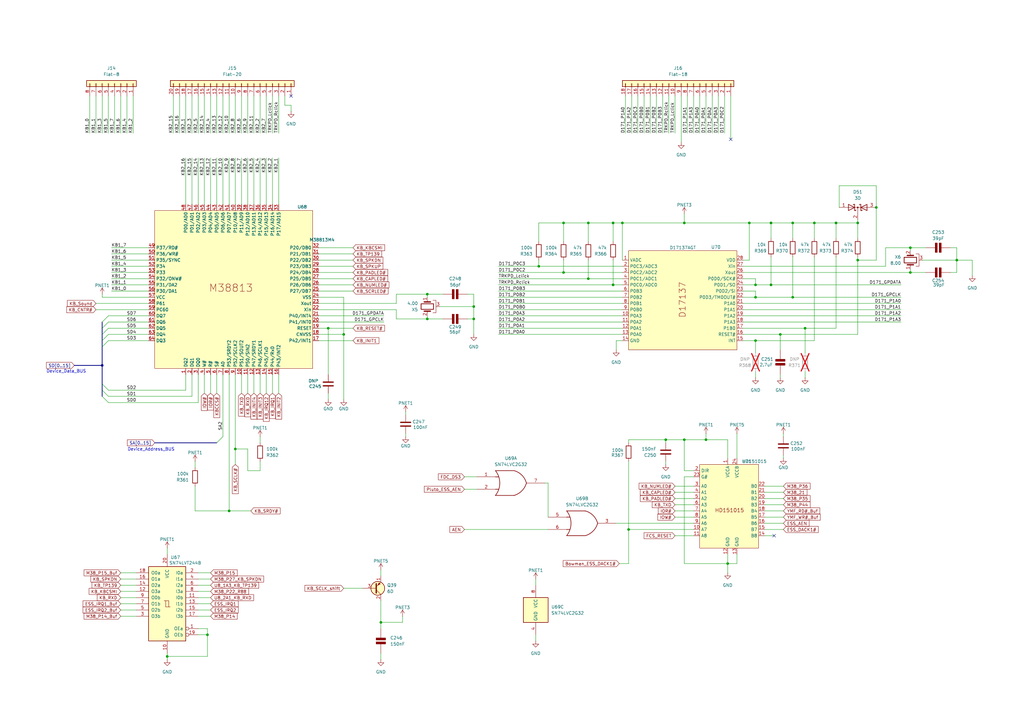
<source format=kicad_sch>
(kicad_sch (version 20250114) (generator "eeschema") (generator_version "9.0")
  (paper "A3")
  (title_block (title "PC110") (company "Recreated by: Ahmad Byagowi"))
  (text "Device_Address_BUS" (at 61.976 184.404 0) (effects (font (size 1.27 1.27))))
  (text "Device_Data_BUS" (at 27.178 152.4 0) (effects (font (size 1.27 1.27))))
  (junction (at 68.58 269.24))
  (junction (at 373.38 101.6))
  (junction (at 257.81 217.17))
  (junction (at 85.09 260.35))
  (junction (at 231.14 91.44))
  (junction (at 316.23 91.44))
  (junction (at 194.31 130.81))
  (junction (at 280.67 180.34))
  (junction (at 320.04 137.16))
  (junction (at 351.79 91.44))
  (junction (at 334.01 91.44))
  (junction (at 251.46 116.84))
  (junction (at 194.31 125.73))
  (junction (at 316.23 116.84))
  (junction (at 325.12 121.92))
  (junction (at 309.88 139.7))
  (junction (at 351.79 106.68))
  (junction (at 330.2 134.62))
  (junction (at 41.91 149.86))
  (junction (at 309.88 121.92))
  (junction (at 241.3 114.3))
  (junction (at 175.26 120.65))
  (junction (at 140.97 137.16))
  (junction (at 307.34 91.44))
  (junction (at 342.9 91.44))
  (junction (at 273.05 180.34))
  (junction (at 93.98 209.55))
  (junction (at 231.14 111.76))
  (junction (at 309.88 116.84))
  (junction (at 289.56 180.34))
  (junction (at 156.21 255.27))
  (junction (at 220.98 109.22))
  (junction (at 255.27 91.44))
  (junction (at 134.62 134.62))
  (junction (at 280.67 91.44))
  (junction (at 241.3 91.44))
  (junction (at 96.52 184.15))
  (junction (at 392.43 106.68))
  (junction (at 298.45 231.14))
  (junction (at 359.41 85.09))
  (junction (at 325.12 91.44))
  (junction (at 373.38 111.76))
  (junction (at 251.46 91.44))
  (junction (at 175.26 130.81))
  (no_connect (at 299.72 57.15))
  (no_connect (at 119.38 39.37))
  (no_connect (at 317.5 219.71))
  (bus_entry (at 44.45 132.08) (size -2.54 2.54))
  (bus_entry (at 44.45 129.54) (size -2.54 2.54))
  (bus_entry (at 44.45 134.62) (size -2.54 2.54))
  (bus_entry (at 88.9 181.61) (size 2.54 -2.54))
  (bus_entry (at 41.91 162.56) (size 2.54 2.54))
  (bus_entry (at 41.91 157.48) (size 2.54 2.54))
  (bus_entry (at 44.45 139.7) (size -2.54 2.54))
  (bus_entry (at 44.45 137.16) (size -2.54 2.54))
  (bus_entry (at 41.91 160.02) (size 2.54 2.54))
  (wire (pts (xy 93.98 64.77) (xy 93.98 83.82)))
  (wire (pts (xy 71.12 39.37) (xy 71.12 54.61)))
  (wire (pts (xy 313.69 219.71) (xy 317.5 219.71)))
  (wire (pts (xy 88.9 39.37) (xy 88.9 54.61)))
  (bus (pts (xy 41.91 157.48) (xy 41.91 160.02)))
  (wire (pts (xy 83.82 39.37) (xy 83.82 54.61)))
  (wire (pts (xy 313.69 204.47) (xy 321.31 204.47)))
  (wire (pts (xy 130.81 121.92) (xy 140.97 121.92)))
  (wire (pts (xy 330.2 134.62) (xy 330.2 144.78)))
  (wire (pts (xy 81.28 39.37) (xy 81.28 54.61)))
  (wire (pts (xy 91.44 153.67) (xy 91.44 179.07)))
  (wire (pts (xy 280.67 193.04) (xy 280.67 180.34)))
  (wire (pts (xy 101.6 184.15) (xy 96.52 184.15)))
  (wire (pts (xy 252.73 139.7) (xy 255.27 139.7)))
  (wire (pts (xy 257.81 217.17) (xy 284.48 217.17)))
  (wire (pts (xy 114.3 153.67) (xy 114.3 161.29)))
  (wire (pts (xy 309.88 121.92) (xy 304.8 121.92)))
  (wire (pts (xy 166.37 179.07) (xy 166.37 177.8)))
  (wire (pts (xy 304.8 106.68) (xy 307.34 106.68)))
  (wire (pts (xy 44.45 129.54) (xy 60.96 129.54)))
  (wire (pts (xy 83.82 64.77) (xy 83.82 83.82)))
  (wire (pts (xy 292.1 39.37) (xy 292.1 54.61)))
  (wire (pts (xy 279.4 39.37) (xy 279.4 58.42)))
  (wire (pts (xy 280.67 195.58) (xy 280.67 231.14)))
  (wire (pts (xy 302.26 177.8) (xy 302.26 187.96)))
  (wire (pts (xy 298.45 231.14) (xy 298.45 234.95)))
  (wire (pts (xy 111.76 64.77) (xy 111.76 83.82)))
  (wire (pts (xy 156.21 255.27) (xy 165.1 255.27)))
  (wire (pts (xy 162.56 120.65) (xy 175.26 120.65)))
  (wire (pts (xy 273.05 189.23) (xy 273.05 190.5)))
  (wire (pts (xy 130.81 124.46) (xy 162.56 124.46)))
  (wire (pts (xy 224.79 212.09) (xy 224.79 198.12)))
  (wire (pts (xy 68.58 270.51) (xy 68.58 269.24)))
  (wire (pts (xy 195.58 195.58) (xy 190.5 195.58)))
  (bus (pts (xy 63.5 181.61) (xy 88.9 181.61)))
  (wire (pts (xy 76.2 39.37) (xy 76.2 54.61)))
  (wire (pts (xy 266.7 39.37) (xy 266.7 54.61)))
  (wire (pts (xy 334.01 91.44) (xy 325.12 91.44)))
  (wire (pts (xy 252.73 143.51) (xy 252.73 139.7)))
  (wire (pts (xy 194.31 120.65) (xy 194.31 125.73)))
  (wire (pts (xy 44.45 162.56) (xy 78.74 162.56)))
  (wire (pts (xy 86.36 153.67) (xy 86.36 161.29)))
  (wire (pts (xy 204.47 121.92) (xy 255.27 121.92)))
  (wire (pts (xy 36.83 39.37) (xy 36.83 54.61)))
  (wire (pts (xy 81.28 257.81) (xy 85.09 257.81)))
  (wire (pts (xy 273.05 180.34) (xy 280.67 180.34)))
  (wire (pts (xy 54.61 39.37) (xy 54.61 54.61)))
  (wire (pts (xy 78.74 64.77) (xy 78.74 83.82)))
  (wire (pts (xy 320.04 153.67) (xy 320.04 154.94)))
  (wire (pts (xy 276.86 201.93) (xy 284.48 201.93)))
  (wire (pts (xy 44.45 134.62) (xy 60.96 134.62)))
  (wire (pts (xy 166.37 168.91) (xy 166.37 170.18)))
  (wire (pts (xy 316.23 105.41) (xy 316.23 116.84)))
  (wire (pts (xy 241.3 106.68) (xy 241.3 114.3)))
  (wire (pts (xy 104.14 64.77) (xy 104.14 83.82)))
  (wire (pts (xy 104.14 39.37) (xy 104.14 54.61)))
  (wire (pts (xy 220.98 91.44) (xy 231.14 91.44)))
  (wire (pts (xy 119.38 43.18) (xy 116.84 43.18)))
  (wire (pts (xy 93.98 209.55) (xy 80.01 209.55)))
  (wire (pts (xy 99.06 64.77) (xy 99.06 83.82)))
  (wire (pts (xy 321.31 187.96) (xy 321.31 186.69)))
  (wire (pts (xy 39.37 39.37) (xy 39.37 54.61)))
  (wire (pts (xy 165.1 255.27) (xy 165.1 252.73)))
  (wire (pts (xy 289.56 177.8) (xy 289.56 180.34)))
  (wire (pts (xy 257.81 181.61) (xy 257.81 180.34)))
  (wire (pts (xy 44.45 160.02) (xy 76.2 160.02)))
  (wire (pts (xy 309.88 139.7) (xy 334.01 139.7)))
  (wire (pts (xy 378.46 106.68) (xy 392.43 106.68)))
  (wire (pts (xy 81.28 260.35) (xy 85.09 260.35)))
  (wire (pts (xy 271.78 39.37) (xy 271.78 54.61)))
  (wire (pts (xy 41.91 121.92) (xy 41.91 120.65)))
  (wire (pts (xy 259.08 39.37) (xy 259.08 54.61)))
  (wire (pts (xy 373.38 110.49) (xy 373.38 111.76)))
  (wire (pts (xy 130.81 101.6) (xy 144.78 101.6)))
  (wire (pts (xy 204.47 134.62) (xy 255.27 134.62)))
  (wire (pts (xy 45.72 119.38) (xy 60.96 119.38)))
  (wire (pts (xy 373.38 101.6) (xy 373.38 102.87)))
  (wire (pts (xy 273.05 181.61) (xy 273.05 180.34)))
  (wire (pts (xy 313.69 199.39) (xy 321.31 199.39)))
  (wire (pts (xy 134.62 163.83) (xy 134.62 161.29)))
  (wire (pts (xy 330.2 152.4) (xy 330.2 154.94)))
  (wire (pts (xy 39.37 124.46) (xy 60.96 124.46)))
  (wire (pts (xy 130.81 106.68) (xy 144.78 106.68)))
  (wire (pts (xy 204.47 116.84) (xy 251.46 116.84)))
  (wire (pts (xy 111.76 39.37) (xy 111.76 54.61)))
  (wire (pts (xy 116.84 43.18) (xy 116.84 39.37)))
  (wire (pts (xy 313.69 209.55) (xy 321.31 209.55)))
  (wire (pts (xy 76.2 64.77) (xy 76.2 83.82)))
  (wire (pts (xy 287.02 39.37) (xy 287.02 54.61)))
  (wire (pts (xy 309.88 119.38) (xy 309.88 121.92)))
  (wire (pts (xy 204.47 111.76) (xy 231.14 111.76)))
  (wire (pts (xy 276.86 39.37) (xy 276.86 54.61)))
  (wire (pts (xy 316.23 97.79) (xy 316.23 91.44)))
  (wire (pts (xy 156.21 257.81) (xy 156.21 255.27)))
  (wire (pts (xy 398.78 106.68) (xy 398.78 113.03)))
  (wire (pts (xy 313.69 217.17) (xy 321.31 217.17)))
  (wire (pts (xy 140.97 121.92) (xy 140.97 137.16)))
  (wire (pts (xy 119.38 45.72) (xy 119.38 43.18)))
  (wire (pts (xy 220.98 106.68) (xy 220.98 109.22)))
  (wire (pts (xy 351.79 105.41) (xy 351.79 106.68)))
  (wire (pts (xy 68.58 269.24) (xy 68.58 267.97)))
  (bus (pts (xy 41.91 137.16) (xy 41.91 139.7)))
  (wire (pts (xy 101.6 39.37) (xy 101.6 54.61)))
  (wire (pts (xy 81.28 64.77) (xy 81.28 83.82)))
  (wire (pts (xy 313.69 214.63) (xy 321.31 214.63)))
  (wire (pts (xy 220.98 99.06) (xy 220.98 91.44)))
  (wire (pts (xy 130.81 137.16) (xy 140.97 137.16)))
  (wire (pts (xy 359.41 85.09) (xy 359.41 106.68)))
  (wire (pts (xy 45.72 104.14) (xy 60.96 104.14)))
  (wire (pts (xy 191.77 120.65) (xy 194.31 120.65)))
  (wire (pts (xy 241.3 114.3) (xy 255.27 114.3)))
  (wire (pts (xy 264.16 39.37) (xy 264.16 54.61)))
  (bus (pts (xy 41.91 160.02) (xy 41.91 162.56)))
  (wire (pts (xy 342.9 91.44) (xy 351.79 91.44)))
  (wire (pts (xy 49.53 240.03) (xy 55.88 240.03)))
  (wire (pts (xy 351.79 97.79) (xy 351.79 91.44)))
  (wire (pts (xy 342.9 91.44) (xy 342.9 97.79)))
  (wire (pts (xy 304.8 114.3) (xy 309.88 114.3)))
  (wire (pts (xy 325.12 105.41) (xy 325.12 121.92)))
  (wire (pts (xy 255.27 91.44) (xy 255.27 106.68)))
  (wire (pts (xy 251.46 106.68) (xy 251.46 116.84)))
  (wire (pts (xy 49.53 234.95) (xy 55.88 234.95)))
  (wire (pts (xy 106.68 179.07) (xy 106.68 181.61)))
  (wire (pts (xy 334.01 105.41) (xy 334.01 139.7)))
  (wire (pts (xy 316.23 116.84) (xy 369.57 116.84)))
  (wire (pts (xy 49.53 252.73) (xy 55.88 252.73)))
  (wire (pts (xy 219.71 262.89) (xy 219.71 260.35)))
  (wire (pts (xy 114.3 39.37) (xy 114.3 54.61)))
  (wire (pts (xy 114.3 64.77) (xy 114.3 83.82)))
  (wire (pts (xy 156.21 267.97) (xy 156.21 270.51)))
  (wire (pts (xy 304.8 119.38) (xy 309.88 119.38)))
  (wire (pts (xy 392.43 111.76) (xy 392.43 106.68)))
  (wire (pts (xy 325.12 91.44) (xy 316.23 91.44)))
  (wire (pts (xy 49.53 250.19) (xy 55.88 250.19)))
  (wire (pts (xy 106.68 193.04) (xy 101.6 193.04)))
  (wire (pts (xy 392.43 101.6) (xy 392.43 106.68)))
  (wire (pts (xy 359.41 76.2) (xy 359.41 85.09)))
  (wire (pts (xy 220.98 109.22) (xy 255.27 109.22)))
  (wire (pts (xy 373.38 101.6) (xy 379.73 101.6)))
  (wire (pts (xy 134.62 134.62) (xy 134.62 153.67)))
  (bus (pts (xy 41.91 142.24) (xy 41.91 149.86)))
  (wire (pts (xy 204.47 129.54) (xy 255.27 129.54)))
  (wire (pts (xy 373.38 111.76) (xy 379.73 111.76)))
  (wire (pts (xy 276.86 219.71) (xy 284.48 219.71)))
  (wire (pts (xy 96.52 64.77) (xy 96.52 83.82)))
  (wire (pts (xy 276.86 212.09) (xy 284.48 212.09)))
  (wire (pts (xy 81.28 234.95) (xy 86.36 234.95)))
  (wire (pts (xy 96.52 39.37) (xy 96.52 54.61)))
  (wire (pts (xy 389.89 111.76) (xy 392.43 111.76)))
  (wire (pts (xy 85.09 269.24) (xy 68.58 269.24)))
  (wire (pts (xy 309.88 121.92) (xy 325.12 121.92)))
  (bus (pts (xy 41.91 132.08) (xy 41.91 134.62)))
  (wire (pts (xy 106.68 189.23) (xy 106.68 193.04)))
  (wire (pts (xy 304.8 134.62) (xy 330.2 134.62)))
  (wire (pts (xy 81.28 245.11) (xy 86.36 245.11)))
  (wire (pts (xy 91.44 64.77) (xy 91.44 83.82)))
  (wire (pts (xy 85.09 260.35) (xy 85.09 269.24)))
  (wire (pts (xy 45.72 116.84) (xy 60.96 116.84)))
  (wire (pts (xy 111.76 153.67) (xy 111.76 161.29)))
  (wire (pts (xy 284.48 195.58) (xy 280.67 195.58)))
  (wire (pts (xy 280.67 180.34) (xy 289.56 180.34)))
  (wire (pts (xy 86.36 39.37) (xy 86.36 54.61)))
  (bus (pts (xy 41.91 149.86) (xy 41.91 157.48)))
  (wire (pts (xy 325.12 121.92) (xy 369.57 121.92)))
  (wire (pts (xy 304.8 132.08) (xy 369.57 132.08)))
  (wire (pts (xy 297.18 39.37) (xy 297.18 54.61)))
  (wire (pts (xy 44.45 39.37) (xy 44.45 54.61)))
  (wire (pts (xy 41.91 39.37) (xy 41.91 54.61)))
  (wire (pts (xy 175.26 129.54) (xy 175.26 130.81)))
  (wire (pts (xy 81.28 242.57) (xy 86.36 242.57)))
  (wire (pts (xy 309.88 114.3) (xy 309.88 116.84)))
  (wire (pts (xy 294.64 39.37) (xy 294.64 54.61)))
  (wire (pts (xy 307.34 91.44) (xy 316.23 91.44)))
  (wire (pts (xy 106.68 153.67) (xy 106.68 161.29)))
  (wire (pts (xy 68.58 224.79) (xy 68.58 227.33)))
  (wire (pts (xy 251.46 116.84) (xy 255.27 116.84)))
  (wire (pts (xy 280.67 231.14) (xy 298.45 231.14)))
  (wire (pts (xy 276.86 199.39) (xy 284.48 199.39)))
  (wire (pts (xy 156.21 246.38) (xy 156.21 255.27)))
  (wire (pts (xy 45.72 106.68) (xy 60.96 106.68)))
  (wire (pts (xy 99.06 153.67) (xy 99.06 161.29)))
  (wire (pts (xy 280.67 91.44) (xy 255.27 91.44)))
  (wire (pts (xy 289.56 180.34) (xy 298.45 180.34)))
  (wire (pts (xy 91.44 39.37) (xy 91.44 54.61)))
  (wire (pts (xy 109.22 153.67) (xy 109.22 161.29)))
  (wire (pts (xy 304.8 139.7) (xy 309.88 139.7)))
  (wire (pts (xy 49.53 237.49) (xy 55.88 237.49)))
  (wire (pts (xy 304.8 129.54) (xy 369.57 129.54)))
  (wire (pts (xy 104.14 153.67) (xy 104.14 161.29)))
  (wire (pts (xy 45.72 114.3) (xy 60.96 114.3)))
  (wire (pts (xy 162.56 124.46) (xy 162.56 120.65)))
  (wire (pts (xy 156.21 233.68) (xy 156.21 236.22)))
  (wire (pts (xy 257.81 217.17) (xy 257.81 231.14)))
  (wire (pts (xy 130.81 134.62) (xy 134.62 134.62)))
  (wire (pts (xy 130.81 129.54) (xy 157.48 129.54)))
  (wire (pts (xy 101.6 193.04) (xy 101.6 184.15)))
  (wire (pts (xy 231.14 91.44) (xy 241.3 91.44)))
  (wire (pts (xy 307.34 91.44) (xy 280.67 91.44)))
  (wire (pts (xy 284.48 193.04) (xy 280.67 193.04)))
  (wire (pts (xy 73.66 39.37) (xy 73.66 54.61)))
  (wire (pts (xy 130.81 119.38) (xy 144.78 119.38)))
  (wire (pts (xy 190.5 200.66) (xy 195.58 200.66)))
  (wire (pts (xy 130.81 104.14) (xy 144.78 104.14)))
  (wire (pts (xy 101.6 153.67) (xy 101.6 161.29)))
  (bus (pts (xy 30.48 149.86) (xy 41.91 149.86)))
  (wire (pts (xy 81.28 247.65) (xy 86.36 247.65)))
  (wire (pts (xy 204.47 127) (xy 255.27 127)))
  (wire (pts (xy 334.01 91.44) (xy 342.9 91.44)))
  (wire (pts (xy 162.56 130.81) (xy 175.26 130.81)))
  (wire (pts (xy 284.48 39.37) (xy 284.48 54.61)))
  (wire (pts (xy 49.53 242.57) (xy 55.88 242.57)))
  (wire (pts (xy 351.79 90.17) (xy 351.79 91.44)))
  (wire (pts (xy 60.96 121.92) (xy 41.91 121.92)))
  (wire (pts (xy 204.47 109.22) (xy 220.98 109.22)))
  (wire (pts (xy 99.06 39.37) (xy 99.06 54.61)))
  (wire (pts (xy 289.56 39.37) (xy 289.56 54.61)))
  (wire (pts (xy 88.9 64.77) (xy 88.9 83.82)))
  (wire (pts (xy 96.52 184.15) (xy 96.52 190.5)))
  (wire (pts (xy 93.98 153.67) (xy 93.98 209.55)))
  (wire (pts (xy 344.17 85.09) (xy 344.17 76.2)))
  (wire (pts (xy 44.45 137.16) (xy 60.96 137.16)))
  (wire (pts (xy 130.81 109.22) (xy 144.78 109.22)))
  (wire (pts (xy 304.8 124.46) (xy 369.57 124.46)))
  (wire (pts (xy 44.45 165.1) (xy 81.28 165.1)))
  (wire (pts (xy 309.88 116.84) (xy 316.23 116.84)))
  (wire (pts (xy 241.3 99.06) (xy 241.3 91.44)))
  (wire (pts (xy 231.14 91.44) (xy 231.14 99.06)))
  (wire (pts (xy 175.26 130.81) (xy 181.61 130.81)))
  (wire (pts (xy 389.89 101.6) (xy 392.43 101.6)))
  (wire (pts (xy 252.73 214.63) (xy 284.48 214.63)))
  (wire (pts (xy 342.9 105.41) (xy 342.9 134.62)))
  (wire (pts (xy 251.46 91.44) (xy 255.27 91.44)))
  (wire (pts (xy 45.72 111.76) (xy 60.96 111.76)))
  (wire (pts (xy 320.04 137.16) (xy 351.79 137.16)))
  (wire (pts (xy 45.72 109.22) (xy 60.96 109.22)))
  (wire (pts (xy 313.69 207.01) (xy 321.31 207.01)))
  (wire (pts (xy 351.79 106.68) (xy 359.41 106.68)))
  (wire (pts (xy 78.74 153.67) (xy 78.74 162.56)))
  (wire (pts (xy 363.22 101.6) (xy 373.38 101.6)))
  (wire (pts (xy 140.97 137.16) (xy 140.97 163.83)))
  (wire (pts (xy 83.82 153.67) (xy 83.82 161.29)))
  (wire (pts (xy 80.01 199.39) (xy 80.01 209.55)))
  (wire (pts (xy 81.28 240.03) (xy 86.36 240.03)))
  (wire (pts (xy 257.81 180.34) (xy 273.05 180.34)))
  (wire (pts (xy 49.53 245.11) (xy 55.88 245.11)))
  (wire (pts (xy 106.68 39.37) (xy 106.68 54.61)))
  (wire (pts (xy 276.86 209.55) (xy 284.48 209.55)))
  (wire (pts (xy 309.88 152.4) (xy 309.88 154.94)))
  (wire (pts (xy 299.72 39.37) (xy 299.72 57.15)))
  (wire (pts (xy 86.36 64.77) (xy 86.36 83.82)))
  (wire (pts (xy 313.69 212.09) (xy 321.31 212.09)))
  (wire (pts (xy 257.81 189.23) (xy 257.81 217.17)))
  (wire (pts (xy 130.81 132.08) (xy 157.48 132.08)))
  (wire (pts (xy 204.47 124.46) (xy 255.27 124.46)))
  (wire (pts (xy 93.98 209.55) (xy 102.87 209.55)))
  (wire (pts (xy 46.99 39.37) (xy 46.99 54.61)))
  (wire (pts (xy 313.69 201.93) (xy 321.31 201.93)))
  (wire (pts (xy 78.74 39.37) (xy 78.74 54.61)))
  (wire (pts (xy 49.53 247.65) (xy 55.88 247.65)))
  (wire (pts (xy 85.09 257.81) (xy 85.09 260.35)))
  (wire (pts (xy 321.31 177.8) (xy 321.31 179.07)))
  (wire (pts (xy 130.81 111.76) (xy 144.78 111.76)))
  (wire (pts (xy 204.47 132.08) (xy 255.27 132.08)))
  (bus (pts (xy 41.91 139.7) (xy 41.91 142.24)))
  (wire (pts (xy 274.32 39.37) (xy 274.32 54.61)))
  (wire (pts (xy 298.45 227.33) (xy 298.45 231.14)))
  (wire (pts (xy 309.88 139.7) (xy 309.88 144.78)))
  (wire (pts (xy 261.62 39.37) (xy 261.62 54.61)))
  (wire (pts (xy 130.81 139.7) (xy 144.78 139.7)))
  (wire (pts (xy 76.2 153.67) (xy 76.2 160.02)))
  (wire (pts (xy 140.97 241.3) (xy 148.59 241.3)))
  (wire (pts (xy 175.26 120.65) (xy 181.61 120.65)))
  (wire (pts (xy 45.72 101.6) (xy 60.96 101.6)))
  (wire (pts (xy 81.28 250.19) (xy 86.36 250.19)))
  (wire (pts (xy 130.81 116.84) (xy 144.78 116.84)))
  (wire (pts (xy 194.31 130.81) (xy 194.31 137.16)))
  (wire (pts (xy 204.47 119.38) (xy 255.27 119.38)))
  (wire (pts (xy 224.79 198.12) (xy 223.52 198.12)))
  (wire (pts (xy 109.22 64.77) (xy 109.22 83.82)))
  (wire (pts (xy 109.22 39.37) (xy 109.22 54.61)))
  (wire (pts (xy 88.9 153.67) (xy 88.9 161.29)))
  (wire (pts (xy 276.86 207.01) (xy 284.48 207.01)))
  (wire (pts (xy 276.86 204.47) (xy 284.48 204.47)))
  (bus (pts (xy 41.91 134.62) (xy 41.91 137.16)))
  (wire (pts (xy 44.45 132.08) (xy 60.96 132.08)))
  (wire (pts (xy 101.6 64.77) (xy 101.6 83.82)))
  (wire (pts (xy 304.8 127) (xy 369.57 127)))
  (wire (pts (xy 251.46 91.44) (xy 251.46 99.06)))
  (wire (pts (xy 106.68 64.77) (xy 106.68 83.82)))
  (wire (pts (xy 93.98 39.37) (xy 93.98 54.61)))
  (wire (pts (xy 204.47 137.16) (xy 255.27 137.16)))
  (wire (pts (xy 307.34 106.68) (xy 307.34 91.44)))
  (wire (pts (xy 392.43 106.68) (xy 398.78 106.68)))
  (wire (pts (xy 304.8 116.84) (xy 309.88 116.84)))
  (wire (pts (xy 81.28 237.49) (xy 86.36 237.49)))
  (wire (pts (xy 194.31 125.73) (xy 194.31 130.81)))
  (wire (pts (xy 363.22 109.22) (xy 363.22 101.6)))
  (wire (pts (xy 298.45 231.14) (xy 302.26 231.14)))
  (wire (pts (xy 80.01 189.23) (xy 80.01 191.77)))
  (wire (pts (xy 269.24 39.37) (xy 269.24 54.61)))
  (wire (pts (xy 330.2 134.62) (xy 342.9 134.62)))
  (wire (pts (xy 49.53 39.37) (xy 49.53 54.61)))
  (wire (pts (xy 304.8 109.22) (xy 363.22 109.22)))
  (wire (pts (xy 44.45 139.7) (xy 60.96 139.7)))
  (wire (pts (xy 351.79 106.68) (xy 351.79 137.16)))
  (wire (pts (xy 81.28 252.73) (xy 86.36 252.73)))
  (wire (pts (xy 162.56 127) (xy 162.56 130.81)))
  (wire (pts (xy 130.81 127) (xy 162.56 127)))
  (wire (pts (xy 175.26 120.65) (xy 175.26 121.92)))
  (wire (pts (xy 325.12 97.79) (xy 325.12 91.44)))
  (wire (pts (xy 231.14 106.68) (xy 231.14 111.76)))
  (wire (pts (xy 304.8 111.76) (xy 373.38 111.76)))
  (wire (pts (xy 256.54 39.37) (xy 256.54 54.61)))
  (wire (pts (xy 190.5 217.17) (xy 224.79 217.17)))
  (wire (pts (xy 130.81 114.3) (xy 144.78 114.3)))
  (wire (pts (xy 204.47 114.3) (xy 241.3 114.3)))
  (wire (pts (xy 241.3 91.44) (xy 251.46 91.44)))
  (wire (pts (xy 298.45 180.34) (xy 298.45 187.96)))
  (wire (pts (xy 231.14 111.76) (xy 255.27 111.76)))
  (wire (pts (xy 302.26 231.14) (xy 302.26 227.33)))
  (wire (pts (xy 344.17 76.2) (xy 359.41 76.2)))
  (wire (pts (xy 134.62 134.62) (xy 144.78 134.62)))
  (wire (pts (xy 39.37 127) (xy 60.96 127)))
  (wire (pts (xy 334.01 97.79) (xy 334.01 91.44)))
  (wire (pts (xy 281.94 39.37) (xy 281.94 54.61)))
  (wire (pts (xy 96.52 153.67) (xy 96.52 184.15)))
  (wire (pts (xy 254 231.14) (xy 257.81 231.14)))
  (wire (pts (xy 52.07 39.37) (xy 52.07 54.61)))
  (wire (pts (xy 191.77 130.81) (xy 194.31 130.81)))
  (wire (pts (xy 81.28 153.67) (xy 81.28 165.1)))
  (wire (pts (xy 219.71 237.49) (xy 219.71 240.03)))
  (wire (pts (xy 180.34 125.73) (xy 194.31 125.73)))
  (wire (pts (xy 280.67 87.63) (xy 280.67 91.44)))
  (wire (pts (xy 304.8 137.16) (xy 320.04 137.16)))
  (wire (pts (xy 320.04 137.16) (xy 320.04 143.51)))
  (label "SD3" (at 55.88 139.7 180))
  (label "D171_P0A2" (at 204.47 132.08 0))
  (label "KB2_9" (at 93.98 64.77 270))
  (label "TRKPD_Rclick" (at 204.47 116.84 0))
  (label "KB1_1" (at 45.72 116.84 0))
  (label "KB2_16" (at 76.2 64.77 270))
  (label "KB2_8" (at 96.52 54.61 90))
  (label "KB1_0" (at 36.83 54.61 90))
  (label "D171_P0C3" (at 204.47 109.22 0))
  (label "D171_GPDATA" (at 157.48 129.54 180))
  (label "KB2_1" (at 114.3 64.77 270))
  (label "KB2_15" (at 78.74 64.77 270))
  (label "D171_P0B0" (at 204.47 127 0))
  (label "TRKPD_Lclick" (at 204.47 114.3 0))
  (label "KB1_4" (at 45.72 109.22 0))
  (label "KB2_12" (at 86.36 64.77 270))
  (label "KB2_10" (at 91.44 64.77 270))
  (label "D171_P0B2" (at 204.47 121.92 0))
  (label "SD5" (at 55.88 134.62 180))
  (label "D171_P0B0" (at 264.16 54.61 90))
  (label "D171_P0A3" (at 204.47 129.54 0))
  (label "D171_P1A3" (at 284.48 54.61 90))
  (label "KB1_5" (at 45.72 106.68 0))
  (label "KB1_3" (at 45.72 111.76 0))
  (label "SD0" (at 55.88 165.1 180))
  (label "KB2_3" (at 78.74 54.61 90))
  (label "KB2_9" (at 101.6 54.61 90))
  (label "KB2_6" (at 99.06 54.61 90))
  (label "KB2_4" (at 86.36 54.61 90))
  (label "D171_P0C2" (at 204.47 111.76 0))
  (label "D171_P0B1" (at 266.7 54.61 90))
  (label "KB2_5" (at 81.28 54.61 90))
  (label "KB2_7" (at 99.06 64.77 270))
  (label "KB2_15" (at 71.12 54.61 90))
  (label "KB1_0" (at 45.72 119.38 0))
  (label "KB2_6" (at 101.6 64.77 270))
  (label "KB2_4" (at 106.68 64.77 270))
  (label "KB2_8" (at 96.52 64.77 270))
  (label "D171_P1A2" (at 259.08 54.61 90))
  (label "KB1_7" (at 45.72 101.6 0))
  (label "KB2_3" (at 109.22 64.77 270))
  (label "KB2_14" (at 83.82 54.61 90))
  (label "KB2_10" (at 93.98 54.61 90))
  (label "D171_P1A2" (at 369.57 129.54 180))
  (label "D171_P0B1" (at 204.47 124.46 0))
  (label "D171_P1A1" (at 369.57 127 180))
  (label "KB1_7" (at 46.99 54.61 90))
  (label "KB2_1" (at 76.2 54.61 90))
  (label "D171_P1A0" (at 256.54 54.61 90))
  (label "KB1_6" (at 45.72 104.14 0))
  (label "KB2_16" (at 73.66 54.61 90))
  (label "D171_P1A0" (at 369.57 124.46 180))
  (label "D171_P1A3" (at 369.57 132.08 180))
  (label "KB1_2" (at 45.72 114.3 0))
  (label "TRKPD_Rclick" (at 114.3 54.61 90))
  (label "KB2_11" (at 88.9 64.77 270))
  (label "SA2" (at 91.44 176.53 90))
  (label "TRKPD_Lclick" (at 276.86 54.61 90))
  (label "KB2_2" (at 111.76 64.77 270))
  (label "D171_P0A1" (at 289.56 54.61 90))
  (label "D171_P1A1" (at 281.94 54.61 90))
  (label "SD1" (at 55.88 162.56 180))
  (label "D171_P0A0" (at 204.47 137.16 0))
  (label "KB2_2" (at 106.68 54.61 90))
  (label "D171_P0A3" (at 294.64 54.61 90))
  (label "KB2_7" (at 109.22 54.61 90))
  (label "KB1_1" (at 39.37 54.61 90))
  (label "D171_GPDATA" (at 369.57 116.84 180))
  (label "D171_GPCLK" (at 369.57 121.92 180))
  (label "KB1_4" (at 52.07 54.61 90))
  (label "SD4" (at 55.88 137.16 180))
  (label "KB2_12" (at 91.44 54.61 90))
  (label "D171_P0A0" (at 287.02 54.61 90))
  (label "SD7" (at 55.88 129.54 180))
  (label "KB1_5" (at 44.45 54.61 90))
  (label "D171_P0C3" (at 261.62 54.61 90))
  (label "KB2_5" (at 104.14 64.77 270))
  (label "D171_P0B3" (at 204.47 119.38 0))
  (label "TRKPD_Lclick" (at 111.76 54.61 90))
  (label "KB1_3" (at 41.91 54.61 90))
  (label "D171_P0B2" (at 269.24 54.61 90))
  (label "TRKPD_Rclick" (at 274.32 54.61 90))
  (label "D171_P0C2" (at 297.18 54.61 90))
  (label "SD2" (at 55.88 160.02 180))
  (label "KB2_11" (at 104.14 54.61 90))
  (label "KB2_13" (at 88.9 54.61 90))
  (label "SD6" (at 55.88 132.08 180))
  (label "KB2_13" (at 83.82 64.77 270))
  (label "D171_P0A2" (at 292.1 54.61 90))
  (label "KB2_14" (at 81.28 64.77 270))
  (label "KB1_6" (at 49.53 54.61 90))
  (label "D171_P0B3" (at 271.78 54.61 90))
  (label "D171_GPCLK" (at 157.48 132.08 180))
  (label "KB1_2" (at 54.61 54.61 90))
  (label "D171_P0A1" (at 204.47 134.62 0))
  (global_label "ESS_DACK1#" (shape input) (at 321.31 217.17 0) (property "Intersheetrefs" "${INTERSHEET_REFS}" (effects (hide yes))))
  (global_label "KB_TXD" (shape input) (at 276.86 207.01 180) (property "Intersheetrefs" "${INTERSHEET_REFS}" (effects (hide yes))))
  (global_label "KB_PADLED#" (shape input) (at 144.78 111.76 0) (property "Intersheetrefs" "${INTERSHEET_REFS}" (effects (hide yes))))
  (global_label "KB_NUMLED#" (shape input) (at 144.78 116.84 0) (property "Intersheetrefs" "${INTERSHEET_REFS}" (effects (hide yes))))
  (global_label "KB_KBCSMI" (shape input) (at 144.78 101.6 0) (property "Intersheetrefs" "${INTERSHEET_REFS}" (effects (hide yes))))
  (global_label "KB_SCLK_shift" (shape input) (at 140.97 241.3 180) (property "Intersheetrefs" "${INTERSHEET_REFS}" (effects (hide yes))))
  (global_label "YMF_RD#_Buf" (shape input) (at 321.31 209.55 0) (property "Intersheetrefs" "${INTERSHEET_REFS}" (effects (hide yes))))
  (global_label "KB_SPKUP" (shape input) (at 144.78 109.22 0) (property "Intersheetrefs" "${INTERSHEET_REFS}" (effects (hide yes))))
  (global_label "FDC_DS3" (shape input) (at 190.5 195.58 180) (property "Intersheetrefs" "${INTERSHEET_REFS}" (effects (hide yes))))
  (global_label "AEN" (shape input) (at 190.5 217.17 180) (property "Intersheetrefs" "${INTERSHEET_REFS}" (effects (hide yes))))
  (global_label "KB_CAPLED#" (shape input) (at 144.78 114.3 0) (property "Intersheetrefs" "${INTERSHEET_REFS}" (effects (hide yes))))
  (global_label "KB_INIT2" (shape input) (at 114.3 161.29 270) (property "Intersheetrefs" "${INTERSHEET_REFS}" (effects (hide yes))))
  (global_label "M38_P22_R88" (shape input) (at 86.36 242.57 0) (property "Intersheetrefs" "${INTERSHEET_REFS}" (effects (hide yes))))
  (global_label "M38_P15" (shape input) (at 86.36 234.95 0) (property "Intersheetrefs" "${INTERSHEET_REFS}" (effects (hide yes))))
  (global_label "KB_TXD" (shape input) (at 99.06 161.29 270) (property "Intersheetrefs" "${INTERSHEET_REFS}" (effects (hide yes))))
  (global_label "IOR#" (shape input) (at 86.36 161.29 270) (property "Intersheetrefs" "${INTERSHEET_REFS}" (effects (hide yes))))
  (global_label "IOW#" (shape input) (at 276.86 212.09 180) (property "Intersheetrefs" "${INTERSHEET_REFS}" (effects (hide yes))))
  (global_label "KB_SPKDN" (shape input) (at 49.53 237.49 180) (property "Intersheetrefs" "${INTERSHEET_REFS}" (effects (hide yes))))
  (global_label "ESS_AEN" (shape input) (at 321.31 214.63 0) (property "Intersheetrefs" "${INTERSHEET_REFS}" (effects (hide yes))))
  (global_label "M38_P14_Buf" (shape input) (at 49.53 252.73 180) (property "Intersheetrefs" "${INTERSHEET_REFS}" (effects (hide yes))))
  (global_label "KB_RESET#" (shape input) (at 144.78 134.62 0) (property "Intersheetrefs" "${INTERSHEET_REFS}" (effects (hide yes))))
  (global_label "Pluto_ESS_AEN" (shape input) (at 190.5 200.66 180) (property "Intersheetrefs" "${INTERSHEET_REFS}" (effects (hide yes))))
  (global_label "KB_SPKDN" (shape input) (at 144.78 106.68 0) (property "Intersheetrefs" "${INTERSHEET_REFS}" (effects (hide yes))))
  (global_label "M38_P15_Buf" (shape input) (at 49.53 234.95 180) (property "Intersheetrefs" "${INTERSHEET_REFS}" (effects (hide yes))))
  (global_label "ESS_IRQ1" (shape input) (at 86.36 247.65 0) (property "Intersheetrefs" "${INTERSHEET_REFS}" (effects (hide yes))))
  (global_label "KB_KBCSMI" (shape input) (at 49.53 242.57 180) (property "Intersheetrefs" "${INTERSHEET_REFS}" (effects (hide yes))))
  (global_label "KB_PADLED#" (shape input) (at 276.86 204.47 180) (property "Intersheetrefs" "${INTERSHEET_REFS}" (effects (hide yes))))
  (global_label "SA[0..15]" (shape input) (at 63.5 181.61 180) (property "Intersheetrefs" "${INTERSHEET_REFS}" (effects (hide yes))))
  (global_label "KB_SRDY#" (shape input) (at 102.87 209.55 0) (property "Intersheetrefs" "${INTERSHEET_REFS}" (effects (hide yes))))
  (global_label "ESS_IRQ2_Buf" (shape input) (at 49.53 250.19 180) (property "Intersheetrefs" "${INTERSHEET_REFS}" (effects (hide yes))))
  (global_label "U8_1A3_KB_TP139" (shape input) (at 86.36 240.03 0) (property "Intersheetrefs" "${INTERSHEET_REFS}" (effects (hide yes))))
  (global_label "KB_RXD" (shape input) (at 101.6 161.29 270) (property "Intersheetrefs" "${INTERSHEET_REFS}" (effects (hide yes))))
  (global_label "KB_Sound" (shape input) (at 39.37 124.46 180) (property "Intersheetrefs" "${INTERSHEET_REFS}" (effects (hide yes))))
  (global_label "KB_SCRLED#" (shape input) (at 144.78 119.38 0) (property "Intersheetrefs" "${INTERSHEET_REFS}" (effects (hide yes))))
  (global_label "M38_P14" (shape input) (at 86.36 252.73 0) (property "Intersheetrefs" "${INTERSHEET_REFS}" (effects (hide yes))))
  (global_label "ESS_IRQ1_Buf" (shape input) (at 49.53 247.65 180) (property "Intersheetrefs" "${INTERSHEET_REFS}" (effects (hide yes))))
  (global_label "M38_P27_KB_SPKDN" (shape input) (at 86.36 237.49 0) (property "Intersheetrefs" "${INTERSHEET_REFS}" (effects (hide yes))))
  (global_label "SD[0..15]" (shape input) (at 30.48 149.86 180) (property "Intersheetrefs" "${INTERSHEET_REFS}" (effects (hide yes))))
  (global_label "KB_INIT1" (shape input) (at 144.78 139.7 0) (property "Intersheetrefs" "${INTERSHEET_REFS}" (effects (hide yes))))
  (global_label "KB_RXD" (shape input) (at 49.53 245.11 180) (property "Intersheetrefs" "${INTERSHEET_REFS}" (effects (hide yes))))
  (global_label "Bowman_ESS_DACK1#" (shape input) (at 254 231.14 180) (property "Intersheetrefs" "${INTERSHEET_REFS}" (effects (hide yes))))
  (global_label "M38_P35" (shape input) (at 321.31 204.47 0) (property "Intersheetrefs" "${INTERSHEET_REFS}" (effects (hide yes))))
  (global_label "IOW#" (shape input) (at 83.82 161.29 270) (property "Intersheetrefs" "${INTERSHEET_REFS}" (effects (hide yes))))
  (global_label "KB_CNTR#" (shape input) (at 39.37 127 180) (property "Intersheetrefs" "${INTERSHEET_REFS}" (effects (hide yes))))
  (global_label "KB_SCLK#" (shape input) (at 96.52 190.5 270) (property "Intersheetrefs" "${INTERSHEET_REFS}" (effects (hide yes))))
  (global_label "KB_INIT3" (shape input) (at 106.68 161.29 270) (property "Intersheetrefs" "${INTERSHEET_REFS}" (effects (hide yes))))
  (global_label "KB_CAPLED#" (shape input) (at 276.86 201.93 180) (property "Intersheetrefs" "${INTERSHEET_REFS}" (effects (hide yes))))
  (global_label "KB_IRQ12" (shape input) (at 109.22 161.29 270) (property "Intersheetrefs" "${INTERSHEET_REFS}" (effects (hide yes))))
  (global_label "IOR#" (shape input) (at 276.86 209.55 180) (property "Intersheetrefs" "${INTERSHEET_REFS}" (effects (hide yes))))
  (global_label "M38_P44" (shape input) (at 321.31 207.01 0) (property "Intersheetrefs" "${INTERSHEET_REFS}" (effects (hide yes))))
  (global_label "KB_IRQ1" (shape input) (at 111.76 161.29 270) (property "Intersheetrefs" "${INTERSHEET_REFS}" (effects (hide yes))))
  (global_label "M38_21" (shape input) (at 321.31 201.93 0) (property "Intersheetrefs" "${INTERSHEET_REFS}" (effects (hide yes))))
  (global_label "ESS_IRQ2" (shape input) (at 86.36 250.19 0) (property "Intersheetrefs" "${INTERSHEET_REFS}" (effects (hide yes))))
  (global_label "FCS_RESET" (shape input) (at 276.86 219.71 180) (property "Intersheetrefs" "${INTERSHEET_REFS}" (effects (hide yes))))
  (global_label "M38_P36" (shape input) (at 321.31 199.39 0) (property "Intersheetrefs" "${INTERSHEET_REFS}" (effects (hide yes))))
  (global_label "KB_TP139" (shape input) (at 49.53 240.03 180) (property "Intersheetrefs" "${INTERSHEET_REFS}" (effects (hide yes))))
  (global_label "KB_INIT4" (shape input) (at 104.14 161.29 270) (property "Intersheetrefs" "${INTERSHEET_REFS}" (effects (hide yes))))
  (global_label "KBCCS#" (shape input) (at 88.9 161.29 270) (property "Intersheetrefs" "${INTERSHEET_REFS}" (effects (hide yes))))
  (global_label "U8_2A1_KB_RXD" (shape input) (at 86.36 245.11 0) (property "Intersheetrefs" "${INTERSHEET_REFS}" (effects (hide yes))))
  (global_label "YMF_WR#_Buf" (shape input) (at 321.31 212.09 0) (property "Intersheetrefs" "${INTERSHEET_REFS}" (effects (hide yes))))
  (global_label "KB_NUMLED#" (shape input) (at 276.86 199.39 180) (property "Intersheetrefs" "${INTERSHEET_REFS}" (effects (hide yes))))
  (global_label "KB_TP139" (shape input) (at 144.78 104.14 0) (property "Intersheetrefs" "${INTERSHEET_REFS}" (effects (hide yes))))
  (symbol (lib_id "power:VCC") (at 41.91 120.65 0) (unit 1)
    (property "Reference" "#PWR0598" (effects (hide yes)))
    (property "Value" "PNET1" (at 41.91 117.094 0))
    (property "Description" "Power symbol creates a global label with name \"VCC\"" (effects (hide yes)))
  )
  (symbol (lib_id "power:VCC") (at 80.01 189.23 0) (unit 1)
    (property "Reference" "#PWR0601" (effects (hide yes)))
    (property "Value" "PNET1" (at 80.01 185.674 0))
    (property "Description" "Power symbol creates a global label with name \"VCC\"" (effects (hide yes)))
  )
  (symbol (lib_id "Device:R") (at 342.9 101.6 180) (unit 1)
    (property "Reference" "R373" (at 341.122 102.87 0) (effects (justify left)))
    (property "Value" "47k" (at 340.868 100.33 0) (effects (justify left)))
    (property "Footprint" "PCM_Resistor_SMD_AKL:R_0402_1005Metric" (effects (hide yes)))
  )
  (symbol (lib_id "power:VCC") (at 321.31 177.8 0) (unit 1)
    (property "Reference" "#PWR0623" (effects (hide yes)))
    (property "Value" "PNET1" (at 321.31 174.244 0))
    (property "Description" "Power symbol creates a global label with name \"VCC\"" (effects (hide yes)))
  )
  (symbol (lib_id "power:VCC") (at 68.58 224.79 0) (unit 1)
    (property "Reference" "#PWR0599" (effects (hide yes)))
    (property "Value" "PNET1" (at 68.58 221.234 0))
    (property "Description" "Power symbol creates a global label with name \"VCC\"" (effects (hide yes)))
  )
  (symbol (lib_id "Device:R") (at 251.46 102.87 180) (unit 1)
    (property "Reference" "R366" (at 248.92 104.1401 0) (effects (justify left)))
    (property "Value" "47k" (at 248.92 101.6001 0) (effects (justify left)))
    (property "Footprint" "PCM_Resistor_SMD_AKL:R_0402_1005Metric" (effects (hide yes)))
  )
  (symbol (lib_id "Device:R") (at 106.68 185.42 0) (mirror x) (unit 1)
    (property "Reference" "R362" (at 109.22 186.6901 0) (effects (justify left)))
    (property "Value" "100k" (at 109.22 184.1501 0) (effects (justify left)))
    (property "Footprint" "PCM_Resistor_SMD_AKL:R_0402_1005Metric" (effects (hide yes)))
  )
  (symbol (lib_id "Device:R") (at 316.23 101.6 180) (unit 1)
    (property "Reference" "R369" (at 314.452 102.87 0) (effects (justify left)))
    (property "Value" "10k" (at 314.198 100.33 0) (effects (justify left)))
    (property "Footprint" "PCM_Resistor_SMD_AKL:R_0402_1005Metric" (effects (hide yes)))
  )
  (symbol (lib_id "Device:R") (at 220.98 102.87 180) (unit 1)
    (property "Reference" "R363" (at 218.44 104.1401 0) (effects (justify left)))
    (property "Value" "100k" (at 218.44 101.6001 0) (effects (justify left)))
    (property "Footprint" "PCM_Resistor_SMD_AKL:R_0402_1005Metric" (effects (hide yes)))
  )
  (symbol (lib_id "power:GND") (at 252.73 143.51 0) (unit 1)
    (property "Reference" "#PWR0614" (effects (hide yes)))
    (property "Value" "GND" (at 252.73 148.59 0))
    (property "Description" "Power symbol creates a global label with name \"GND\" , ground" (effects (hide yes)))
  )
  (symbol (lib_id "PC110:HD151015") (at 299.72 209.55 0) (unit 1)
    (property "Reference" "U71" (at 304.292 189.23 0) (effects (justify left)))
    (property "Value" "HD151015" (at 304.4033 189.23 0) (effects (justify left)))
    (property "Footprint" "Package_SO:SSOP-24_5.3x8.2mm_P0.65mm" (effects (hide yes)))
    (property "Datasheet" "https://github.com/ahmadexp/PC110-Mainboard-Schematic/blob/main/datasheets/bottom/8-HD151015.pdf" (effects (hide yes)))
    (property "Description" "9 bit Level Shifter/Transceiver With 3 State Outputs" (effects (hide yes)))
  )
  (symbol (lib_id "74xGxx:74LVC2G32") (at 219.71 250.19 0) (unit 3)
    (property "Reference" "U69" (at 226.06 248.9199 0) (effects (justify left)))
    (property "Value" "SN74LVC2G32" (at 226.06 251.4599 0) (effects (justify left)))
    (property "Footprint" "Package_SO:SSOP-8_2.95x2.8mm_P0.65mm" (effects (hide yes)))
    (property "Datasheet" "https://github.com/ahmadexp/PC110-Mainboard-Schematic/blob/main/datasheets/bottom/h-7W32.pdf" (effects (hide yes)))
    (property "Description" "Dual 2-Input Positive-OR Gate" (effects (hide yes)))
  )
  (symbol (lib_id "PC110:D17137") (at 279.4 123.19 0) (unit 1)
    (property "Reference" "U70" (at 293.624 101.346 0))
    (property "Value" "D17137AGT" (at 280.035 101.6 0))
    (property "Footprint" "PC110:SSOP-28" (effects (hide yes)))
    (property "Description" "Trackpad Controller" (effects (hide yes)))
  )
  (symbol (lib_id "PCM_Elektuur:C") (at 186.69 130.81 270) (unit 1)
    (property "Reference" "C249" (at 186.69 134.112 90))
    (property "Value" "56pF" (at 186.69 136.144 90))
    (property "Footprint" "Capacitor_SMD:C_0402_1005Metric" (effects (hide yes)))
  )
  (symbol (lib_id "power:GND") (at 398.78 113.03 0) (unit 1)
    (property "Reference" "#PWR0626" (effects (hide yes)))
    (property "Value" "GND" (at 398.78 118.11 0))
    (property "Description" "Power symbol creates a global label with name \"GND\" , ground" (effects (hide yes)))
  )
  (symbol (lib_id "74xGxx:74LVC2G32") (at 210.82 198.12 0) (unit 1)
    (property "Reference" "U69" (at 209.55 187.96 0))
    (property "Value" "SN74LVC2G32" (at 209.55 190.5 0))
    (property "Footprint" "Package_SO:SSOP-8_2.95x2.8mm_P0.65mm" (effects (hide yes)))
    (property "Datasheet" "https://github.com/ahmadexp/PC110-Mainboard-Schematic/blob/main/datasheets/bottom/h-7W32.pdf" (effects (hide yes)))
    (property "Description" "Dual 2-Input Positive-OR Gate" (effects (hide yes)))
  )
  (symbol (lib_id "Device:R") (at 334.01 101.6 180) (unit 1)
    (property "Reference" "R372" (at 332.232 102.87 0) (effects (justify left)))
    (property "Value" "47k" (at 331.978 100.33 0) (effects (justify left)))
    (property "Footprint" "PCM_Resistor_SMD_AKL:R_0402_1005Metric" (effects (hide yes)))
  )
  (symbol (lib_id "power:VCC") (at 106.68 179.07 0) (unit 1)
    (property "Reference" "#PWR0602" (effects (hide yes)))
    (property "Value" "PNET1" (at 106.68 175.514 0))
    (property "Description" "Power symbol creates a global label with name \"VCC\"" (effects (hide yes)))
  )
  (symbol (lib_id "PC110:M38813") (at 95.25 119.38 0) (unit 1)
    (property "Reference" "U68" (at 123.952 84.836 0))
    (property "Value" "M38813M4" (at 132.08 98.3549 0))
    (property "Footprint" "PC110:QFN64" (effects (hide yes)))
    (property "Description" "Keyboard controller" (effects (hide yes)))
  )
  (symbol (lib_id "power:GND") (at 219.71 262.89 0) (unit 1)
    (property "Reference" "#PWR0613" (effects (hide yes)))
    (property "Value" "GND" (at 219.71 267.97 0))
    (property "Description" "Power symbol creates a global label with name \"GND\" , ground" (effects (hide yes)))
  )
  (symbol (lib_id "Connector_Generic:Conn_01x20") (at 96.52 34.29 270) (mirror x) (unit 1)
    (property "Reference" "J15" (at 95.25 27.94 90))
    (property "Value" "Flat-20" (at 95.25 30.48 90))
    (property "Footprint" "PC110:Flat-20" (effects (hide yes)))
  )
  (symbol (lib_id "power:GND") (at 298.45 234.95 0) (unit 1)
    (property "Reference" "#PWR0619" (effects (hide yes)))
    (property "Value" "GND" (at 298.45 240.03 0))
    (property "Description" "Power symbol creates a global label with name \"GND\" , ground" (effects (hide yes)))
  )
  (symbol (lib_id "power:VCC") (at 289.56 177.8 0) (unit 1)
    (property "Reference" "#PWR0618" (effects (hide yes)))
    (property "Value" "PNET1" (at 289.56 174.244 0))
    (property "Description" "Power symbol creates a global label with name \"VCC\"" (effects (hide yes)))
  )
  (symbol (lib_id "Device:R") (at 257.81 185.42 0) (mirror y) (unit 1)
    (property "Reference" "R367" (at 255.778 186.69 0) (effects (justify left)))
    (property "Value" "100k" (at 255.778 184.658 0) (effects (justify left)))
    (property "Footprint" "Resistor_SMD:R_0402_1005Metric" (effects (hide yes)))
  )
  (symbol (lib_id "power:VCC") (at 219.71 237.49 0) (unit 1)
    (property "Reference" "#PWR0612" (effects (hide yes)))
    (property "Value" "PNET1" (at 219.71 233.934 0))
    (property "Description" "Power symbol creates a global label with name \"VCC\"" (effects (hide yes)))
  )
  (symbol (lib_id "power:GND") (at 320.04 154.94 0) (unit 1)
    (property "Reference" "#PWR0622" (effects (hide yes)))
    (property "Value" "GND" (at 320.04 160.02 0))
    (property "Description" "Power symbol creates a global label with name \"GND\" , ground" (effects (hide yes)))
  )
  (symbol (lib_id "PCM_Elektuur:C") (at 156.21 262.89 0) (unit 1)
    (property "Reference" "C246" (at 160.02 261.6199 0) (effects (justify left)))
    (property "Value" "150nF" (at 160.02 264.1599 0) (effects (justify left)))
    (property "Footprint" "Capacitor_SMD:C_0402_1005Metric" (effects (hide yes)))
  )
  (symbol (lib_id "Device:C") (at 166.37 173.99 0) (mirror y) (unit 1)
    (property "Reference" "C247" (at 171.704 172.974 0))
    (property "Value" "100nF" (at 172.466 175.26 0))
    (property "Footprint" "Capacitor_SMD:C_0402_1005Metric" (effects (hide yes)))
  )
  (symbol (lib_id "Device:C") (at 134.62 157.48 0) (mirror x) (unit 1)
    (property "Reference" "C245" (at 129.286 158.496 0))
    (property "Value" "DNP" (at 128.524 156.21 0))
    (property "Footprint" "Capacitor_SMD:C_0402_1005Metric" (effects (hide yes)))
  )
  (symbol (lib_id "Device:R") (at 330.2 148.59 180) (unit 1) (dnp yes)
    (property "Reference" "R371" (at 328.422 149.86 0) (effects (justify left)))
    (property "Value" "DNP" (at 327.914 147.32 0) (effects (justify left)))
    (property "Footprint" "PCM_Resistor_SMD_AKL:R_0402_1005Metric" (effects (hide yes)))
  )
  (symbol (lib_id "power:VCC") (at 280.67 87.63 0) (unit 1)
    (property "Reference" "#PWR0617" (effects (hide yes)))
    (property "Value" "PNET3" (at 280.67 84.074 0))
    (property "Description" "Power symbol creates a global label with name \"VCC\"" (effects (hide yes)))
  )
  (symbol (lib_id "power:VCC") (at 156.21 233.68 0) (unit 1)
    (property "Reference" "#PWR0606" (effects (hide yes)))
    (property "Value" "PNET5" (at 156.21 230.124 0))
    (property "Description" "Power symbol creates a global label with name \"VCC\"" (effects (hide yes)))
  )
  (symbol (lib_id "power:GND") (at 194.31 137.16 0) (unit 1)
    (property "Reference" "#PWR0611" (effects (hide yes)))
    (property "Value" "GND" (at 194.31 142.24 0))
    (property "Description" "Power symbol creates a global label with name \"GND\" , ground" (effects (hide yes)))
  )
  (symbol (lib_id "74xGxx:74LVC2G32") (at 240.03 214.63 0) (unit 2)
    (property "Reference" "U69" (at 238.76 204.47 0))
    (property "Value" "SN74LVC2G32" (at 238.76 207.01 0))
    (property "Footprint" "Package_SO:SSOP-8_2.95x2.8mm_P0.65mm" (effects (hide yes)))
    (property "Datasheet" "https://github.com/ahmadexp/PC110-Mainboard-Schematic/blob/main/datasheets/bottom/h-7W32.pdf" (effects (hide yes)))
    (property "Description" "Dual 2-Input Positive-OR Gate" (effects (hide yes)))
  )
  (symbol (lib_id "Device:R") (at 241.3 102.87 180) (unit 1)
    (property "Reference" "R365" (at 238.76 104.1401 0) (effects (justify left)))
    (property "Value" "47k" (at 238.76 101.6001 0) (effects (justify left)))
    (property "Footprint" "PCM_Resistor_SMD_AKL:R_0402_1005Metric" (effects (hide yes)))
  )
  (symbol (lib_id "power:GND") (at 134.62 163.83 0) (unit 1)
    (property "Reference" "#PWR0604" (effects (hide yes)))
    (property "Value" "GND" (at 134.62 167.64 0))
    (property "Description" "Power symbol creates a global label with name \"GND\" , ground" (effects (hide yes)))
  )
  (symbol (lib_id "PCM_Elektuur:C") (at 320.04 148.59 0) (mirror y) (unit 1)
    (property "Reference" "C251" (at 317.246 147.32 0) (effects (justify left)))
    (property "Value" "2.7uF" (at 316.992 149.606 0) (effects (justify left)))
    (property "Footprint" "Capacitor_SMD:C_0805_2012Metric" (effects (hide yes)))
  )
  (symbol (lib_id "power:GND") (at 321.31 187.96 0) (unit 1)
    (property "Reference" "#PWR0624" (effects (hide yes)))
    (property "Value" "GND" (at 321.31 191.77 0))
    (property "Description" "Power symbol creates a global label with name \"GND\" , ground" (effects (hide yes)))
  )
  (symbol (lib_id "power:GND") (at 309.88 154.94 0) (unit 1)
    (property "Reference" "#PWR0621" (effects (hide yes)))
    (property "Value" "GND" (at 309.88 160.02 0))
    (property "Description" "Power symbol creates a global label with name \"GND\" , ground" (effects (hide yes)))
  )
  (symbol (lib_id "power:GND") (at 119.38 45.72 0) (unit 1)
    (property "Reference" "#PWR0603" (effects (hide yes)))
    (property "Value" "GND" (at 119.38 50.8 0))
    (property "Description" "Power symbol creates a global label with name \"GND\" , ground" (effects (hide yes)))
  )
  (symbol (lib_id "Connector_Generic:Conn_01x18") (at 279.4 34.29 270) (mirror x) (unit 1)
    (property "Reference" "J16" (at 278.13 27.94 90))
    (property "Value" "Flat-18" (at 278.13 30.48 90))
    (property "Footprint" "PC110:Flat-18" (effects (hide yes)))
  )
  (symbol (lib_id "74xx:74LS244") (at 68.58 247.65 0) (mirror y) (unit 1)
    (property "Reference" "U67" (at 73.914 228.6 0) (effects (justify left)))
    (property "Value" "SN74LVT244B" (at 82.55 230.886 0) (effects (justify left)))
    (property "Footprint" "Package_SO:TSSOP-20_4.4x6.5mm_P0.65mm" (effects (hide yes)))
    (property "Datasheet" "https://github.com/ahmadexp/PC110-Mainboard-Schematic/blob/main/datasheets/bottom/c-V244.pdf" (effects (hide yes)))
    (property "Description" "ABT OCTAL BUFFER/DRIVER" (effects (hide yes)))
  )
  (symbol (lib_id "Device:R") (at 231.14 102.87 180) (unit 1)
    (property "Reference" "R364" (at 228.6 104.1401 0) (effects (justify left)))
    (property "Value" "100k" (at 228.6 101.6001 0) (effects (justify left)))
    (property "Footprint" "PCM_Resistor_SMD_AKL:R_0402_1005Metric" (effects (hide yes)))
  )
  (symbol (lib_id "power:GND") (at 273.05 190.5 0) (unit 1)
    (property "Reference" "#PWR0615" (effects (hide yes)))
    (property "Value" "GND" (at 273.05 195.58 0))
    (property "Description" "Power symbol creates a global label with name \"GND\" , ground" (effects (hide yes)))
  )
  (symbol (lib_id "power:VCC") (at 302.26 177.8 0) (unit 1)
    (property "Reference" "#PWR0620" (effects (hide yes)))
    (property "Value" "PNET5" (at 302.26 174.244 0))
    (property "Description" "Power symbol creates a global label with name \"VCC\"" (effects (hide yes)))
  )
  (symbol (lib_id "Device:D_Schottky_Dual_CommonCathode_AKA") (at 351.79 85.09 0) (unit 1)
    (property "Reference" "D51" (at 351.79 78.74 0))
    (property "Value" "3D" (at 351.79 81.28 0))
    (property "Footprint" "PC110:3D" (effects (hide yes)))
  )
  (symbol (lib_id "power:GND") (at 166.37 179.07 0) (unit 1)
    (property "Reference" "#PWR0610" (effects (hide yes)))
    (property "Value" "GND" (at 166.37 182.88 0))
    (property "Description" "Power symbol creates a global label with name \"GND\" , ground" (effects (hide yes)))
  )
  (symbol (lib_id "power:VCC") (at 165.1 252.73 0) (unit 1)
    (property "Reference" "#PWR0608" (effects (hide yes)))
    (property "Value" "PNET3" (at 165.1 249.174 0))
    (property "Description" "Power symbol creates a global label with name \"VCC\"" (effects (hide yes)))
  )
  (symbol (lib_id "power:GND") (at 279.4 58.42 0) (unit 1)
    (property "Reference" "#PWR0616" (effects (hide yes)))
    (property "Value" "GND" (at 279.4 63.5 0))
    (property "Description" "Power symbol creates a global label with name \"GND\" , ground" (effects (hide yes)))
  )
  (symbol (lib_id "Device:R") (at 325.12 101.6 180) (unit 1)
    (property "Reference" "R370" (at 323.342 102.87 0) (effects (justify left)))
    (property "Value" "10k" (at 323.088 100.33 0) (effects (justify left)))
    (property "Footprint" "PCM_Resistor_SMD_AKL:R_0402_1005Metric" (effects (hide yes)))
  )
  (symbol (lib_id "Connector_Generic:Conn_01x08") (at 46.99 34.29 270) (mirror x) (unit 1)
    (property "Reference" "J14" (at 45.72 27.94 90))
    (property "Value" "Flat-8" (at 45.72 30.48 90))
    (property "Footprint" "PC110:Flat-8" (effects (hide yes)))
  )
  (symbol (lib_id "Device:Crystal_GND3") (at 175.26 125.73 90) (mirror x) (unit 1)
    (property "Reference" "X5" (at 171.45 127.0001 90) (effects (justify left)))
    (property "Value" "4.00" (at 171.45 124.4601 90) (effects (justify left)))
    (property "Footprint" "PC110:XTAL-5" (effects (hide yes)))
  )
  (symbol (lib_id "Device:Crystal_GND3") (at 373.38 106.68 90) (unit 1)
    (property "Reference" "X6" (at 369.57 105.4099 90) (effects (justify left)))
    (property "Value" "8.00" (at 369.57 107.9499 90) (effects (justify left)))
    (property "Footprint" "PC110:XTAL-4" (effects (hide yes)))
  )
  (symbol (lib_id "Device:C") (at 321.31 182.88 0) (mirror y) (unit 1)
    (property "Reference" "C252" (at 326.644 181.864 0))
    (property "Value" "100nF" (at 327.406 184.15 0))
    (property "Footprint" "Capacitor_SMD:C_0402_1005Metric" (effects (hide yes)))
  )
  (symbol (lib_id "power:VCC") (at 166.37 168.91 0) (unit 1)
    (property "Reference" "#PWR0609" (effects (hide yes)))
    (property "Value" "PNET1" (at 166.37 165.354 0))
    (property "Description" "Power symbol creates a global label with name \"VCC\"" (effects (hide yes)))
  )
  (symbol (lib_id "power:GND") (at 330.2 154.94 0) (unit 1)
    (property "Reference" "#PWR0625" (effects (hide yes)))
    (property "Value" "GND" (at 330.2 160.02 0))
    (property "Description" "Power symbol creates a global label with name \"GND\" , ground" (effects (hide yes)))
  )
  (symbol (lib_id "power:GND") (at 156.21 270.51 0) (unit 1)
    (property "Reference" "#PWR0607" (effects (hide yes)))
    (property "Value" "GND" (at 156.21 275.59 0))
    (property "Description" "Power symbol creates a global label with name \"GND\" , ground" (effects (hide yes)))
  )
  (symbol (lib_id "Device:R") (at 351.79 101.6 180) (unit 1)
    (property "Reference" "R374" (at 350.012 102.87 0) (effects (justify left)))
    (property "Value" "47k" (at 349.758 100.33 0) (effects (justify left)))
    (property "Footprint" "PCM_Resistor_SMD_AKL:R_0402_1005Metric" (effects (hide yes)))
  )
  (symbol (lib_id "power:GND") (at 140.97 163.83 0) (unit 1)
    (property "Reference" "#PWR0605" (effects (hide yes)))
    (property "Value" "GND" (at 140.97 167.64 0))
    (property "Description" "Power symbol creates a global label with name \"GND\" , ground" (effects (hide yes)))
  )
  (symbol (lib_id "PCM_Elektuur:C") (at 186.69 120.65 270) (mirror x) (unit 1)
    (property "Reference" "C248" (at 186.69 114.3 90))
    (property "Value" "56pf" (at 186.69 116.84 90))
    (property "Footprint" "Capacitor_SMD:C_0402_1005Metric" (effects (hide yes)))
  )
  (symbol (lib_id "PCM_Elektuur:C") (at 384.81 111.76 90) (mirror x) (unit 1)
    (property "Reference" "C254" (at 384.81 115.062 90))
    (property "Value" "39pF" (at 385.064 116.84 90))
    (property "Footprint" "Capacitor_SMD:C_0402_1005Metric" (effects (hide yes)))
  )
  (symbol (lib_id "PCM_Elektuur:C") (at 384.81 101.6 270) (mirror x) (unit 1)
    (property "Reference" "C253" (at 384.81 95.25 90))
    (property "Value" "39pF" (at 384.81 97.79 90))
    (property "Footprint" "Capacitor_SMD:C_0402_1005Metric" (effects (hide yes)))
  )
  (symbol (lib_id "power:GND") (at 68.58 270.51 0) (unit 1)
    (property "Reference" "#PWR0600" (effects (hide yes)))
    (property "Value" "GND" (at 68.58 275.59 0))
    (property "Description" "Power symbol creates a global label with name \"GND\" , ground" (effects (hide yes)))
  )
  (symbol (lib_id "Device:R") (at 309.88 148.59 180) (unit 1) (dnp yes)
    (property "Reference" "R368" (at 308.102 149.86 0) (effects (justify left)))
    (property "Value" "DNP" (at 307.594 147.32 0) (effects (justify left)))
    (property "Footprint" "PCM_Resistor_SMD_AKL:R_0402_1005Metric" (effects (hide yes)))
  )
  (symbol (lib_id "Device:C") (at 273.05 185.42 0) (unit 1)
    (property "Reference" "C250" (at 269.24 186.6901 0) (effects (justify right)))
    (property "Value" "150nF" (at 269.24 184.1501 0) (effects (justify right)))
    (property "Footprint" "Capacitor_SMD:C_0402_1005Metric" (effects (hide yes)))
  )
  (symbol (lib_id "PCM_Transistor_BJT_AKL:Q_PNP_Generic_ECB") (at 153.67 241.3 0) (unit 1)
    (property "Reference" "Q39" (at 158.75 240.0299 0) (effects (justify left)))
    (property "Value" "6D" (at 158.75 242.5699 0) (effects (justify left)))
    (property "Footprint" "PC110:3D" (effects (hide yes)))
  )
  (symbol (lib_id "Device:R") (at 80.01 195.58 180) (unit 1)
    (property "Reference" "R361" (at 77.47 196.8501 0) (effects (justify left)))
    (property "Value" "100k" (at 77.47 194.3101 0) (effects (justify left)))
    (property "Footprint" "PCM_Resistor_SMD_AKL:R_0402_1005Metric" (effects (hide yes)))
  )
)
</source>
